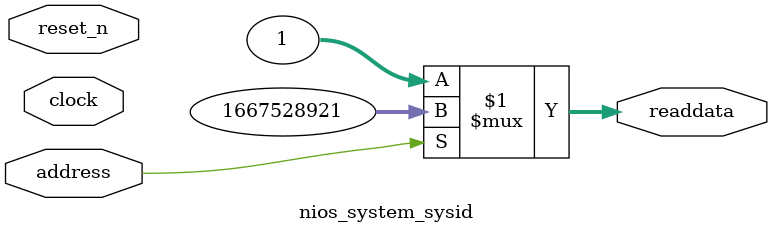
<source format=v>



// synthesis translate_off
`timescale 1ns / 1ps
// synthesis translate_on

// turn off superfluous verilog processor warnings 
// altera message_level Level1 
// altera message_off 10034 10035 10036 10037 10230 10240 10030 

module nios_system_sysid (
               // inputs:
                address,
                clock,
                reset_n,

               // outputs:
                readdata
             )
;

  output  [ 31: 0] readdata;
  input            address;
  input            clock;
  input            reset_n;

  wire    [ 31: 0] readdata;
  //control_slave, which is an e_avalon_slave
  assign readdata = address ? 1667528921 : 1;

endmodule



</source>
